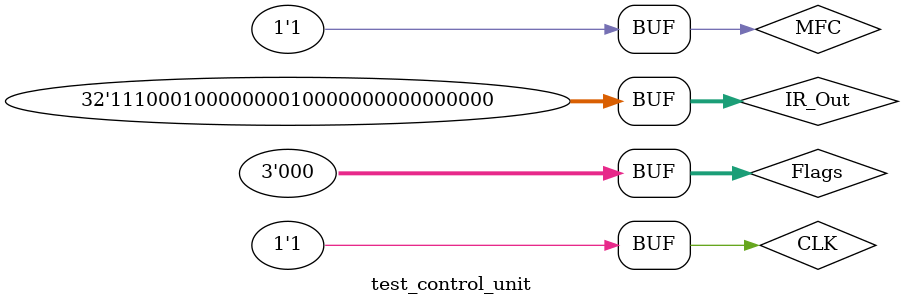
<source format=v>
module test_control_unit;

//Las entradas deben ser de tipo reg

	reg [31:0] IR_Out;
	reg MFC, CLK; 
	reg [2:0] Flags;
//Las salidas son tipo wire

	wire [1:0] DSS, WRA, SRA, SRB,  SISE, SALUB; 
	wire [3:0] ALUA;	
	wire MFA, RW_RAM, SALU, RF_RW, SSAB, 
	SSOP, SMA, STA, MAR_EN, SR_EN,
	MDR_EN, IR_EN, SHT_EN, ISE_EN, 
	SGN_EN, CLR;
	
control_unit cu (DSS, WRA, SRA, SRB, SISE, SALUB, ALUA, MFA, RW_RAM, SALU, RF_RW, SSAB, 
	SSOP, SMA, STA, MAR_EN, SR_EN,
	MDR_EN, IR_EN, SHT_EN, ISE_EN, 
	SGN_EN, CLR, IR_Out, MFC, CLK, Flags);

    

initial

begin
	
	#10 IR_Out <= 32'b11100010000000010000000000000000;
	
	MFC <= 1'b1;
	
	CLK <= 1'b1;
	
	Flags[0] <= 1'b0;
	
	Flags[1] <= 1'b0;
	
	Flags[2] <= 1'b0;
	
end
	


	initial begin
	
	$display("DSSWRA\tSRA\tSRB\tSISE\tSALUB\tALUA\tMFA\tRW_RAM\tSALU\tRF_RW\tSSAB\tSSOP\tSMA\tSTA\tMAR_EN\tSR_EN\tMDR_EN\tIR_EN\tSHT_EN\tISE_EN\tSGN_EN\tCLR");

    $monitor("%b\t%b\t%b\t%b\t%b\t%b\t%b\t%b\t%b\t%b\t%b\t%b\t%b\t%b\t%b\t%b\t%b\t%b\t%b\t%b\t%b\t%b",DSS, WRA, SRA, SRB, SISE, SALUB, ALUA, MFA, RW_RAM, SALU, RF_RW, SSAB,SSOP, SMA, STA, MAR_EN, SR_EN, MDR_EN, IR_EN, SHT_EN, ISE_EN, SGN_EN, CLR );

	end
	
endmodule
	
	

</source>
